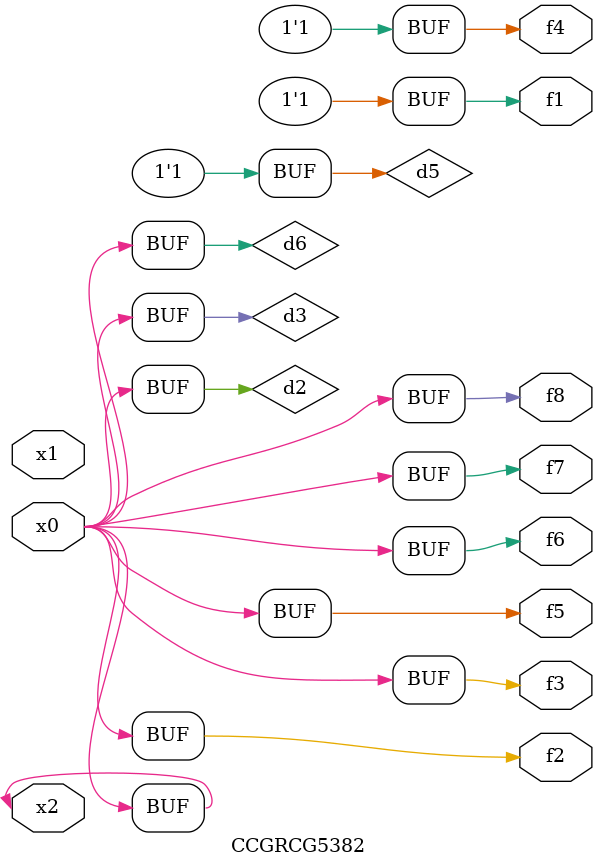
<source format=v>
module CCGRCG5382(
	input x0, x1, x2,
	output f1, f2, f3, f4, f5, f6, f7, f8
);

	wire d1, d2, d3, d4, d5, d6;

	xnor (d1, x2);
	buf (d2, x0, x2);
	and (d3, x0);
	xnor (d4, x1, x2);
	nand (d5, d1, d3);
	buf (d6, d2, d3);
	assign f1 = d5;
	assign f2 = d6;
	assign f3 = d6;
	assign f4 = d5;
	assign f5 = d6;
	assign f6 = d6;
	assign f7 = d6;
	assign f8 = d6;
endmodule

</source>
